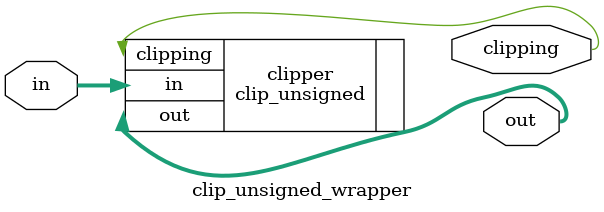
<source format=sv>

module clip_unsigned_wrapper #(
) (
    input [31:0] in,
    output [15:0] out,
    output clipping
);

  clip_unsigned #(
      .INW (32),
      .OUTW(16)
  ) clipper (
      .in(in),
      .out(out),
      .clipping(clipping)
  );

endmodule

</source>
